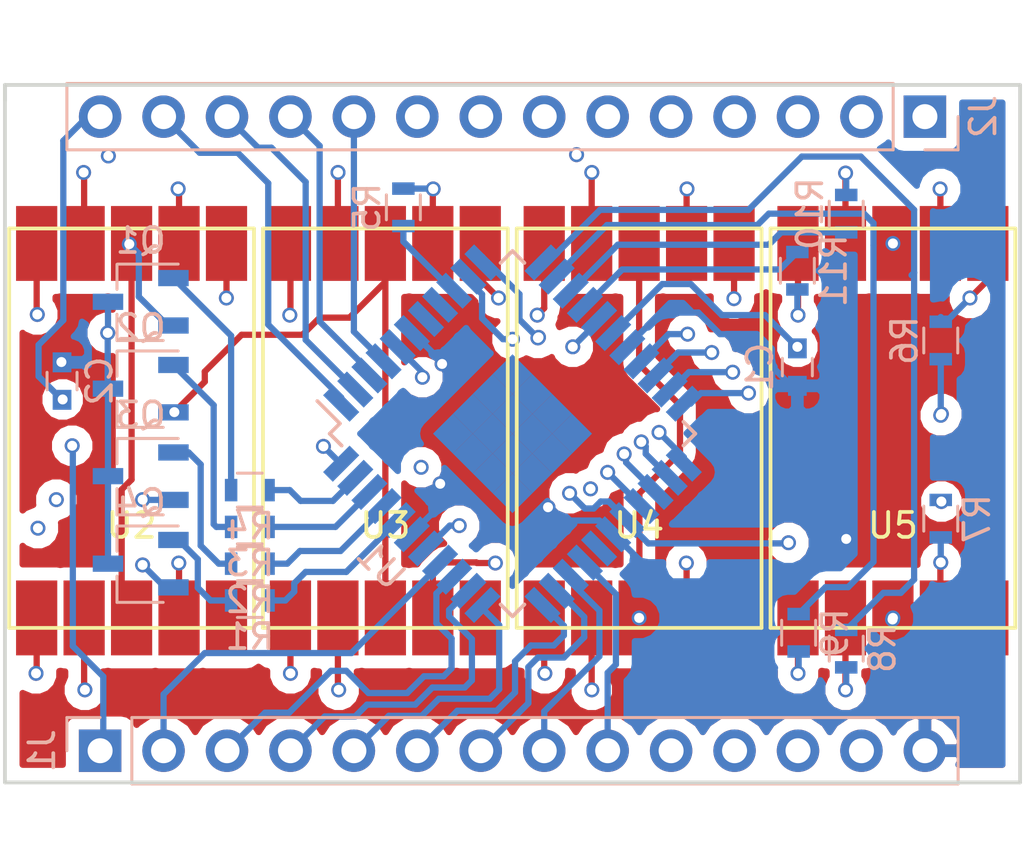
<source format=kicad_pcb>
(kicad_pcb (version 4) (host pcbnew 4.0.7)
  (layers (0 F.Cu signal) (1 In1.Cu signal) (2 In2.Cu signal) (31 B.Cu signal) (34 B.Paste user) (35 F.Paste user) (36 B.SilkS user) (37 F.SilkS user) (38 B.Mask user) (39 F.Mask user) (44 Edge.Cuts user))
  (net 0 "")
  (net 1 "Net-(U2-Pad5)")
  (net 2 "Net-(U3-Pad5)")
  (net 3 "Net-(U4-Pad5)")
  (net 4 "Net-(U5-Pad5)")
  (net 5 "Net-(U1-Pad7)")
  (net 6 "Net-(U1-Pad8)")
  (net 7 "Net-(U1-Pad29)")
  (net 8 /OE)
  (net 9 /A0)
  (net 10 /A1)
  (net 11 /A2)
  (net 12 /A3)
  (net 13 /A4)
  (net 14 /A5)
  (net 15 /A6)
  (net 16 /A7)
  (net 17 /A8)
  (net 18 /A9)
  (net 19 /A10)
  (net 20 /A11)
  (net 21 /GND)
  (net 22 /LE)
  (net 23 /A12)
  (net 24 /A13)
  (net 25 /A14)
  (net 26 /A15)
  (net 27 /MOSI)
  (net 28 /MISO)
  (net 29 /SCK)
  (net 30 /RESET)
  (net 31 /VCC)
  (net 32 "Net-(J2-Pad6)")
  (net 33 "Net-(J2-Pad7)")
  (net 34 "Net-(J2-Pad8)")
  (net 35 /An0)
  (net 36 "Net-(Q1-Pad2)")
  (net 37 /An1)
  (net 38 "Net-(Q2-Pad2)")
  (net 39 /An2)
  (net 40 "Net-(Q3-Pad2)")
  (net 41 /An3)
  (net 42 "Net-(Q4-Pad2)")
  (net 43 "Net-(R1-Pad2)")
  (net 44 "Net-(R2-Pad2)")
  (net 45 "Net-(R3-Pad2)")
  (net 46 "Net-(R4-Pad2)")
  (net 47 /Ca)
  (net 48 "Net-(R5-Pad2)")
  (net 49 /Cb)
  (net 50 "Net-(R6-Pad2)")
  (net 51 /Cc)
  (net 52 "Net-(R7-Pad2)")
  (net 53 /Cd)
  (net 54 "Net-(R8-Pad2)")
  (net 55 /Ce)
  (net 56 "Net-(R9-Pad2)")
  (net 57 /Cf)
  (net 58 "Net-(R10-Pad2)")
  (net 59 /Cg)
  (net 60 "Net-(R11-Pad2)")
  (net 61 /DVCC)
  (module Local:VDMR10A1 (layer F.Cu) (at 167.64 109.22)
    (fp_text reference U2 (at 3.8 11.3) (layer F.SilkS))
    (fp_text value 7SEGMENT_CA)
    (pad 7 smd rect (at 5.7 0) (size 1.65 3) (layers F.Cu F.Paste F.Mask) (net 47 /Ca))
    (pad 6 smd rect (at 7.6 0) (size 1.65 3) (layers F.Cu F.Paste F.Mask) (net 49 /Cb))
    (pad 1 smd rect (at 0 15) (size 1.65 3) (layers F.Cu F.Paste F.Mask) (net 55 /Ce))
    (pad 2 smd rect (at 1.9 15) (size 1.65 3) (layers F.Cu F.Paste F.Mask) (net 53 /Cd))
    (pad 3 smd rect (at 3.8 15) (size 1.65 3) (layers F.Cu F.Paste F.Mask) (net 36 "Net-(Q1-Pad2)"))
    (pad 4 smd rect (at 5.7 15) (size 1.65 3) (layers F.Cu F.Paste F.Mask) (net 51 /Cc))
    (pad 5 smd rect (at 7.6 15) (size 1.65 3) (layers F.Cu F.Paste F.Mask) (net 1 "Net-(U2-Pad5)"))
    (pad 8 smd rect (at 3.8 0) (size 1.65 3) (layers F.Cu F.Paste F.Mask) (net 36 "Net-(Q1-Pad2)"))
    (pad 9 smd rect (at 1.9 0) (size 1.65 3) (layers F.Cu F.Paste F.Mask) (net 57 /Cf))
    (pad 10 smd rect (at 0 0) (size 1.65 3) (layers F.Cu F.Paste F.Mask) (net 59 /Cg))
  )
  (module Housings_QFP:TQFP-44-1EP_10x10mm_Pitch0.8mm (layer B.Cu) (at 186.69 116.84 315)
    (fp_text reference U1 (at 0 7.45 315) (layer B.SilkS) (effects (justify mirror)))
    (fp_text value ATMEGA164A-AU)
    (pad 1 smd rect (at -5.7 4 315) (size 1.5 0.55) (layers B.Cu B.Paste B.Mask) (net 27 /MOSI))
    (pad 2 smd rect (at -5.7 3.2 315) (size 1.5 0.55) (layers B.Cu B.Paste B.Mask) (net 28 /MISO))
    (pad 3 smd rect (at -5.7 2.4 315) (size 1.5 0.55) (layers B.Cu B.Paste B.Mask) (net 29 /SCK))
    (pad 4 smd rect (at -5.7 1.6 315) (size 1.5 0.55) (layers B.Cu B.Paste B.Mask) (net 30 /RESET))
    (pad 5 smd rect (at -5.7 0.8 315) (size 1.5 0.55) (layers B.Cu B.Paste B.Mask) (net 31 /VCC))
    (pad 6 smd rect (at -5.7 0 315) (size 1.5 0.55) (layers B.Cu B.Paste B.Mask) (net 21 /GND))
    (pad 7 smd rect (at -5.7 -0.8 315) (size 1.5 0.55) (layers B.Cu B.Paste B.Mask) (net 5 "Net-(U1-Pad7)"))
    (pad 8 smd rect (at -5.7 -1.6 315) (size 1.5 0.55) (layers B.Cu B.Paste B.Mask) (net 6 "Net-(U1-Pad8)"))
    (pad 9 smd rect (at -5.7 -2.4 315) (size 1.5 0.55) (layers B.Cu B.Paste B.Mask) (net 48 "Net-(R5-Pad2)"))
    (pad 10 smd rect (at -5.7 -3.2 315) (size 1.5 0.55) (layers B.Cu B.Paste B.Mask) (net 50 "Net-(R6-Pad2)"))
    (pad 11 smd rect (at -5.7 -4 315) (size 1.5 0.55) (layers B.Cu B.Paste B.Mask) (net 52 "Net-(R7-Pad2)"))
    (pad 12 smd rect (at -4 -5.7 225) (size 1.5 0.55) (layers B.Cu B.Paste B.Mask) (net 54 "Net-(R8-Pad2)"))
    (pad 13 smd rect (at -3.2 -5.7 225) (size 1.5 0.55) (layers B.Cu B.Paste B.Mask) (net 56 "Net-(R9-Pad2)"))
    (pad 14 smd rect (at -2.4 -5.7 225) (size 1.5 0.55) (layers B.Cu B.Paste B.Mask) (net 58 "Net-(R10-Pad2)"))
    (pad 15 smd rect (at -1.6 -5.7 225) (size 1.5 0.55) (layers B.Cu B.Paste B.Mask) (net 60 "Net-(R11-Pad2)"))
    (pad 16 smd rect (at -0.8 -5.7 225) (size 1.5 0.55) (layers B.Cu B.Paste B.Mask) (net 22 /LE))
    (pad 17 smd rect (at 0 -5.7 225) (size 1.5 0.55) (layers B.Cu B.Paste B.Mask) (net 31 /VCC))
    (pad 18 smd rect (at 0.8 -5.7 225) (size 1.5 0.55) (layers B.Cu B.Paste B.Mask) (net 21 /GND))
    (pad 19 smd rect (at 1.6 -5.7 225) (size 1.5 0.55) (layers B.Cu B.Paste B.Mask) (net 17 /A8))
    (pad 20 smd rect (at 2.4 -5.7 225) (size 1.5 0.55) (layers B.Cu B.Paste B.Mask) (net 18 /A9))
    (pad 21 smd rect (at 3.2 -5.7 225) (size 1.5 0.55) (layers B.Cu B.Paste B.Mask) (net 19 /A10))
    (pad 22 smd rect (at 4 -5.7 225) (size 1.5 0.55) (layers B.Cu B.Paste B.Mask) (net 20 /A11))
    (pad 23 smd rect (at 5.7 -4 315) (size 1.5 0.55) (layers B.Cu B.Paste B.Mask) (net 23 /A12))
    (pad 24 smd rect (at 5.7 -3.2 315) (size 1.5 0.55) (layers B.Cu B.Paste B.Mask) (net 24 /A13))
    (pad 25 smd rect (at 5.7 -2.4 315) (size 1.5 0.55) (layers B.Cu B.Paste B.Mask) (net 25 /A14))
    (pad 26 smd rect (at 5.7 -1.6 315) (size 1.5 0.55) (layers B.Cu B.Paste B.Mask) (net 26 /A15))
    (pad 27 smd rect (at 5.7 -0.8 315) (size 1.5 0.55) (layers B.Cu B.Paste B.Mask) (net 31 /VCC))
    (pad 28 smd rect (at 5.7 0 315) (size 1.5 0.55) (layers B.Cu B.Paste B.Mask) (net 21 /GND))
    (pad 29 smd rect (at 5.7 0.8 315) (size 1.5 0.55) (layers B.Cu B.Paste B.Mask) (net 7 "Net-(U1-Pad29)"))
    (pad 30 smd rect (at 5.7 1.6 315) (size 1.5 0.55) (layers B.Cu B.Paste B.Mask) (net 16 /A7))
    (pad 31 smd rect (at 5.7 2.4 315) (size 1.5 0.55) (layers B.Cu B.Paste B.Mask) (net 15 /A6))
    (pad 32 smd rect (at 5.7 3.2 315) (size 1.5 0.55) (layers B.Cu B.Paste B.Mask) (net 14 /A5))
    (pad 33 smd rect (at 5.7 4 315) (size 1.5 0.55) (layers B.Cu B.Paste B.Mask) (net 13 /A4))
    (pad 34 smd rect (at 4 5.7 225) (size 1.5 0.55) (layers B.Cu B.Paste B.Mask) (net 12 /A3))
    (pad 35 smd rect (at 3.2 5.7 225) (size 1.5 0.55) (layers B.Cu B.Paste B.Mask) (net 11 /A2))
    (pad 36 smd rect (at 2.4 5.7 225) (size 1.5 0.55) (layers B.Cu B.Paste B.Mask) (net 10 /A1))
    (pad 37 smd rect (at 1.6 5.7 225) (size 1.5 0.55) (layers B.Cu B.Paste B.Mask) (net 9 /A0))
    (pad 38 smd rect (at 0.8 5.7 225) (size 1.5 0.55) (layers B.Cu B.Paste B.Mask) (net 31 /VCC))
    (pad 39 smd rect (at 0 5.7 225) (size 1.5 0.55) (layers B.Cu B.Paste B.Mask) (net 21 /GND))
    (pad 40 smd rect (at -0.8 5.7 225) (size 1.5 0.55) (layers B.Cu B.Paste B.Mask) (net 43 "Net-(R1-Pad2)"))
    (pad 41 smd rect (at -1.6 5.7 225) (size 1.5 0.55) (layers B.Cu B.Paste B.Mask) (net 44 "Net-(R2-Pad2)"))
    (pad 42 smd rect (at -2.4 5.7 225) (size 1.5 0.55) (layers B.Cu B.Paste B.Mask) (net 45 "Net-(R3-Pad2)"))
    (pad 43 smd rect (at -3.2 5.7 225) (size 1.5 0.55) (layers B.Cu B.Paste B.Mask) (net 46 "Net-(R4-Pad2)"))
    (pad 44 smd rect (at -4 5.7 225) (size 1.5 0.55) (layers B.Cu B.Paste B.Mask) (net 8 /OE))
    (pad 45 smd rect (at 1.6875 -1.6875 315) (size 1.125 1.125) (layers B.Cu B.Paste B.Mask))
    (pad 45 smd rect (at 1.6875 -0.5625 315) (size 1.125 1.125) (layers B.Cu B.Paste B.Mask))
    (pad 45 smd rect (at 1.6875 0.5625 315) (size 1.125 1.125) (layers B.Cu B.Paste B.Mask))
    (pad 45 smd rect (at 1.6875 1.6875 315) (size 1.125 1.125) (layers B.Cu B.Paste B.Mask))
    (pad 45 smd rect (at 0.5625 -1.6875 315) (size 1.125 1.125) (layers B.Cu B.Paste B.Mask))
    (pad 45 smd rect (at 0.5625 -0.5625 315) (size 1.125 1.125) (layers B.Cu B.Paste B.Mask))
    (pad 45 smd rect (at 0.5625 0.5625 315) (size 1.125 1.125) (layers B.Cu B.Paste B.Mask))
    (pad 45 smd rect (at 0.5625 1.6875 315) (size 1.125 1.125) (layers B.Cu B.Paste B.Mask))
    (pad 45 smd rect (at -0.5625 -1.6875 315) (size 1.125 1.125) (layers B.Cu B.Paste B.Mask))
    (pad 45 smd rect (at -0.5625 -0.5625 315) (size 1.125 1.125) (layers B.Cu B.Paste B.Mask))
    (pad 45 smd rect (at -0.5625 0.5625 315) (size 1.125 1.125) (layers B.Cu B.Paste B.Mask))
    (pad 45 smd rect (at -0.5625 1.6875 315) (size 1.125 1.125) (layers B.Cu B.Paste B.Mask))
    (pad 45 smd rect (at -1.6875 -1.6875 315) (size 1.125 1.125) (layers B.Cu B.Paste B.Mask))
    (pad 45 smd rect (at -1.6875 -0.5625 315) (size 1.125 1.125) (layers B.Cu B.Paste B.Mask))
    (pad 45 smd rect (at -1.6875 0.5625 315) (size 1.125 1.125) (layers B.Cu B.Paste B.Mask))
    (pad 45 smd rect (at -1.6875 1.6875 315) (size 1.125 1.125) (layers B.Cu B.Paste B.Mask))
  )
  (module Local:VDMR10A1 (layer F.Cu) (at 198.12 109.22)
    (fp_text reference U5 (at 3.8 11.3) (layer F.SilkS))
    (fp_text value 7SEGMENT_CA)
    (pad 7 smd rect (at 5.7 0) (size 1.65 3) (layers F.Cu F.Paste F.Mask) (net 47 /Ca))
    (pad 6 smd rect (at 7.6 0) (size 1.65 3) (layers F.Cu F.Paste F.Mask) (net 49 /Cb))
    (pad 1 smd rect (at 0 15) (size 1.65 3) (layers F.Cu F.Paste F.Mask) (net 55 /Ce))
    (pad 2 smd rect (at 1.9 15) (size 1.65 3) (layers F.Cu F.Paste F.Mask) (net 53 /Cd))
    (pad 3 smd rect (at 3.8 15) (size 1.65 3) (layers F.Cu F.Paste F.Mask) (net 42 "Net-(Q4-Pad2)"))
    (pad 4 smd rect (at 5.7 15) (size 1.65 3) (layers F.Cu F.Paste F.Mask) (net 51 /Cc))
    (pad 5 smd rect (at 7.6 15) (size 1.65 3) (layers F.Cu F.Paste F.Mask) (net 4 "Net-(U5-Pad5)"))
    (pad 8 smd rect (at 3.8 0) (size 1.65 3) (layers F.Cu F.Paste F.Mask) (net 42 "Net-(Q4-Pad2)"))
    (pad 9 smd rect (at 1.9 0) (size 1.65 3) (layers F.Cu F.Paste F.Mask) (net 57 /Cf))
    (pad 10 smd rect (at 0 0) (size 1.65 3) (layers F.Cu F.Paste F.Mask) (net 59 /Cg))
  )
  (module Local:VDMR10A1 (layer F.Cu) (at 187.96 109.22)
    (fp_text reference U4 (at 3.8 11.3) (layer F.SilkS))
    (fp_text value 7SEGMENT_CA)
    (pad 7 smd rect (at 5.7 0) (size 1.65 3) (layers F.Cu F.Paste F.Mask) (net 47 /Ca))
    (pad 6 smd rect (at 7.6 0) (size 1.65 3) (layers F.Cu F.Paste F.Mask) (net 49 /Cb))
    (pad 1 smd rect (at 0 15) (size 1.65 3) (layers F.Cu F.Paste F.Mask) (net 55 /Ce))
    (pad 2 smd rect (at 1.9 15) (size 1.65 3) (layers F.Cu F.Paste F.Mask) (net 53 /Cd))
    (pad 3 smd rect (at 3.8 15) (size 1.65 3) (layers F.Cu F.Paste F.Mask) (net 40 "Net-(Q3-Pad2)"))
    (pad 4 smd rect (at 5.7 15) (size 1.65 3) (layers F.Cu F.Paste F.Mask) (net 51 /Cc))
    (pad 5 smd rect (at 7.6 15) (size 1.65 3) (layers F.Cu F.Paste F.Mask) (net 3 "Net-(U4-Pad5)"))
    (pad 8 smd rect (at 3.8 0) (size 1.65 3) (layers F.Cu F.Paste F.Mask) (net 40 "Net-(Q3-Pad2)"))
    (pad 9 smd rect (at 1.9 0) (size 1.65 3) (layers F.Cu F.Paste F.Mask) (net 57 /Cf))
    (pad 10 smd rect (at 0 0) (size 1.65 3) (layers F.Cu F.Paste F.Mask) (net 59 /Cg))
  )
  (module Local:VDMR10A1 (layer F.Cu) (at 177.8 109.22)
    (fp_text reference U3 (at 3.8 11.3) (layer F.SilkS))
    (fp_text value 7SEGMENT_CA)
    (pad 7 smd rect (at 5.7 0) (size 1.65 3) (layers F.Cu F.Paste F.Mask) (net 47 /Ca))
    (pad 6 smd rect (at 7.6 0) (size 1.65 3) (layers F.Cu F.Paste F.Mask) (net 49 /Cb))
    (pad 1 smd rect (at 0 15) (size 1.65 3) (layers F.Cu F.Paste F.Mask) (net 55 /Ce))
    (pad 2 smd rect (at 1.9 15) (size 1.65 3) (layers F.Cu F.Paste F.Mask) (net 53 /Cd))
    (pad 3 smd rect (at 3.8 15) (size 1.65 3) (layers F.Cu F.Paste F.Mask) (net 38 "Net-(Q2-Pad2)"))
    (pad 4 smd rect (at 5.7 15) (size 1.65 3) (layers F.Cu F.Paste F.Mask) (net 51 /Cc))
    (pad 5 smd rect (at 7.6 15) (size 1.65 3) (layers F.Cu F.Paste F.Mask) (net 2 "Net-(U3-Pad5)"))
    (pad 8 smd rect (at 3.8 0) (size 1.65 3) (layers F.Cu F.Paste F.Mask) (net 38 "Net-(Q2-Pad2)"))
    (pad 9 smd rect (at 1.9 0) (size 1.65 3) (layers F.Cu F.Paste F.Mask) (net 57 /Cf))
    (pad 10 smd rect (at 0 0) (size 1.65 3) (layers F.Cu F.Paste F.Mask) (net 59 /Cg))
  )
  (module Pin_Headers:Pin_Header_Straight_1x14_Pitch2.54mm (layer B.Cu) (at 170.18 129.54 270)
    (fp_text reference J1 (at 0 2.33 270) (layer B.SilkS) (effects (justify mirror)))
    (fp_text value Conn_01x14)
    (pad 1 thru_hole rect (at 0 0 270) (size 1.7 1.7) (drill 1) (layers *.Cu *.Mask) (net 8 /OE))
    (pad 2 thru_hole oval (at 0 -2.54 270) (size 1.7 1.7) (drill 1) (layers *.Cu *.Mask) (net 9 /A0))
    (pad 3 thru_hole oval (at 0 -5.08 270) (size 1.7 1.7) (drill 1) (layers *.Cu *.Mask) (net 10 /A1))
    (pad 4 thru_hole oval (at 0 -7.62 270) (size 1.7 1.7) (drill 1) (layers *.Cu *.Mask) (net 11 /A2))
    (pad 5 thru_hole oval (at 0 -10.16 270) (size 1.7 1.7) (drill 1) (layers *.Cu *.Mask) (net 12 /A3))
    (pad 6 thru_hole oval (at 0 -12.7 270) (size 1.7 1.7) (drill 1) (layers *.Cu *.Mask) (net 13 /A4))
    (pad 7 thru_hole oval (at 0 -15.24 270) (size 1.7 1.7) (drill 1) (layers *.Cu *.Mask) (net 14 /A5))
    (pad 8 thru_hole oval (at 0 -17.78 270) (size 1.7 1.7) (drill 1) (layers *.Cu *.Mask) (net 15 /A6))
    (pad 9 thru_hole oval (at 0 -20.32 270) (size 1.7 1.7) (drill 1) (layers *.Cu *.Mask) (net 16 /A7))
    (pad 10 thru_hole oval (at 0 -22.86 270) (size 1.7 1.7) (drill 1) (layers *.Cu *.Mask) (net 17 /A8))
    (pad 11 thru_hole oval (at 0 -25.4 270) (size 1.7 1.7) (drill 1) (layers *.Cu *.Mask) (net 18 /A9))
    (pad 12 thru_hole oval (at 0 -27.94 270) (size 1.7 1.7) (drill 1) (layers *.Cu *.Mask) (net 19 /A10))
    (pad 13 thru_hole oval (at 0 -30.48 270) (size 1.7 1.7) (drill 1) (layers *.Cu *.Mask) (net 20 /A11))
    (pad 14 thru_hole oval (at 0 -33.02 270) (size 1.7 1.7) (drill 1) (layers *.Cu *.Mask) (net 21 /GND))
  )
  (module Pin_Headers:Pin_Header_Straight_1x14_Pitch2.54mm (layer B.Cu) (at 203.2 104.14 90)
    (fp_text reference J2 (at 0 2.33 90) (layer B.SilkS) (effects (justify mirror)))
    (fp_text value Conn_01x14)
    (pad 1 thru_hole rect (at 0 0 90) (size 1.7 1.7) (drill 1) (layers *.Cu *.Mask) (net 22 /LE))
    (pad 2 thru_hole oval (at 0 -2.54 90) (size 1.7 1.7) (drill 1) (layers *.Cu *.Mask) (net 23 /A12))
    (pad 3 thru_hole oval (at 0 -5.08 90) (size 1.7 1.7) (drill 1) (layers *.Cu *.Mask) (net 24 /A13))
    (pad 4 thru_hole oval (at 0 -7.62 90) (size 1.7 1.7) (drill 1) (layers *.Cu *.Mask) (net 25 /A14))
    (pad 5 thru_hole oval (at 0 -10.16 90) (size 1.7 1.7) (drill 1) (layers *.Cu *.Mask) (net 26 /A15))
    (pad 6 thru_hole oval (at 0 -12.7 90) (size 1.7 1.7) (drill 1) (layers *.Cu *.Mask) (net 32 "Net-(J2-Pad6)"))
    (pad 7 thru_hole oval (at 0 -15.24 90) (size 1.7 1.7) (drill 1) (layers *.Cu *.Mask) (net 33 "Net-(J2-Pad7)"))
    (pad 8 thru_hole oval (at 0 -17.78 90) (size 1.7 1.7) (drill 1) (layers *.Cu *.Mask) (net 34 "Net-(J2-Pad8)"))
    (pad 9 thru_hole oval (at 0 -20.32 90) (size 1.7 1.7) (drill 1) (layers *.Cu *.Mask) (net 61 /DVCC))
    (pad 10 thru_hole oval (at 0 -22.86 90) (size 1.7 1.7) (drill 1) (layers *.Cu *.Mask) (net 30 /RESET))
    (pad 11 thru_hole oval (at 0 -25.4 90) (size 1.7 1.7) (drill 1) (layers *.Cu *.Mask) (net 29 /SCK))
    (pad 12 thru_hole oval (at 0 -27.94 90) (size 1.7 1.7) (drill 1) (layers *.Cu *.Mask) (net 28 /MISO))
    (pad 13 thru_hole oval (at 0 -30.48 90) (size 1.7 1.7) (drill 1) (layers *.Cu *.Mask) (net 27 /MOSI))
    (pad 14 thru_hole oval (at 0 -33.02 90) (size 1.7 1.7) (drill 1) (layers *.Cu *.Mask) (net 31 /VCC))
  )
  (module TO_SOT_Packages_SMD:TSOT-23 (layer B.Cu) (at 171.8056 111.5568 180)
    (fp_text reference Q1 (at 0 2.45 180) (layer B.SilkS) (effects (justify mirror)))
    (fp_text value MMBT3906)
    (pad 1 smd rect (at -1.31 0.95 180) (size 1.22 0.65) (layers B.Cu B.Paste B.Mask) (net 35 /An0))
    (pad 2 smd rect (at -1.31 -0.95 180) (size 1.22 0.65) (layers B.Cu B.Paste B.Mask) (net 36 "Net-(Q1-Pad2)"))
    (pad 3 smd rect (at 1.31 0 180) (size 1.22 0.65) (layers B.Cu B.Paste B.Mask) (net 61 /DVCC))
  )
  (module TO_SOT_Packages_SMD:TSOT-23 (layer B.Cu) (at 171.8056 115.0366 180)
    (fp_text reference Q2 (at 0 2.45 180) (layer B.SilkS) (effects (justify mirror)))
    (fp_text value MMBT3906)
    (pad 1 smd rect (at -1.31 0.95 180) (size 1.22 0.65) (layers B.Cu B.Paste B.Mask) (net 37 /An1))
    (pad 2 smd rect (at -1.31 -0.95 180) (size 1.22 0.65) (layers B.Cu B.Paste B.Mask) (net 38 "Net-(Q2-Pad2)"))
    (pad 3 smd rect (at 1.31 0 180) (size 1.22 0.65) (layers B.Cu B.Paste B.Mask) (net 61 /DVCC))
  )
  (module TO_SOT_Packages_SMD:TSOT-23 (layer B.Cu) (at 171.8056 118.5418 180)
    (fp_text reference Q3 (at 0 2.45 180) (layer B.SilkS) (effects (justify mirror)))
    (fp_text value MMBT3906)
    (pad 1 smd rect (at -1.31 0.95 180) (size 1.22 0.65) (layers B.Cu B.Paste B.Mask) (net 39 /An2))
    (pad 2 smd rect (at -1.31 -0.95 180) (size 1.22 0.65) (layers B.Cu B.Paste B.Mask) (net 40 "Net-(Q3-Pad2)"))
    (pad 3 smd rect (at 1.31 0 180) (size 1.22 0.65) (layers B.Cu B.Paste B.Mask) (net 61 /DVCC))
  )
  (module TO_SOT_Packages_SMD:TSOT-23 (layer B.Cu) (at 171.8056 122.047 180)
    (fp_text reference Q4 (at 0 2.45 180) (layer B.SilkS) (effects (justify mirror)))
    (fp_text value MMBT3906)
    (pad 1 smd rect (at -1.31 0.95 180) (size 1.22 0.65) (layers B.Cu B.Paste B.Mask) (net 41 /An3))
    (pad 2 smd rect (at -1.31 -0.95 180) (size 1.22 0.65) (layers B.Cu B.Paste B.Mask) (net 42 "Net-(Q4-Pad2)"))
    (pad 3 smd rect (at 1.31 0 180) (size 1.22 0.65) (layers B.Cu B.Paste B.Mask) (net 61 /DVCC))
  )
  (module Resistors_SMD:R_0603 (layer B.Cu) (at 176.1744 123.5202)
    (fp_text reference R1 (at 0 1.45) (layer B.SilkS) (effects (justify mirror)))
    (fp_text value 300)
    (pad 1 smd rect (at -0.75 0) (size 0.5 0.9) (layers B.Cu B.Paste B.Mask) (net 41 /An3))
    (pad 2 smd rect (at 0.75 0) (size 0.5 0.9) (layers B.Cu B.Paste B.Mask) (net 43 "Net-(R1-Pad2)"))
  )
  (module Resistors_SMD:R_0603 (layer B.Cu) (at 176.1744 122.047)
    (fp_text reference R2 (at 0 1.45) (layer B.SilkS) (effects (justify mirror)))
    (fp_text value 300)
    (pad 1 smd rect (at -0.75 0) (size 0.5 0.9) (layers B.Cu B.Paste B.Mask) (net 39 /An2))
    (pad 2 smd rect (at 0.75 0) (size 0.5 0.9) (layers B.Cu B.Paste B.Mask) (net 44 "Net-(R2-Pad2)"))
  )
  (module Resistors_SMD:R_0603 (layer B.Cu) (at 176.1744 120.5738)
    (fp_text reference R3 (at 0 1.45) (layer B.SilkS) (effects (justify mirror)))
    (fp_text value 300)
    (pad 1 smd rect (at -0.75 0) (size 0.5 0.9) (layers B.Cu B.Paste B.Mask) (net 37 /An1))
    (pad 2 smd rect (at 0.75 0) (size 0.5 0.9) (layers B.Cu B.Paste B.Mask) (net 45 "Net-(R3-Pad2)"))
  )
  (module Resistors_SMD:R_0603 (layer B.Cu) (at 176.1744 119.1006)
    (fp_text reference R4 (at 0 1.45) (layer B.SilkS) (effects (justify mirror)))
    (fp_text value 300)
    (pad 1 smd rect (at -0.75 0) (size 0.5 0.9) (layers B.Cu B.Paste B.Mask) (net 35 /An0))
    (pad 2 smd rect (at 0.75 0) (size 0.5 0.9) (layers B.Cu B.Paste B.Mask) (net 46 "Net-(R4-Pad2)"))
  )
  (module Resistors_SMD:R_0603 (layer B.Cu) (at 182.3212 107.7722 270)
    (fp_text reference R5 (at 0 1.45 270) (layer B.SilkS) (effects (justify mirror)))
    (fp_text value 115)
    (pad 1 smd rect (at -0.75 0 270) (size 0.5 0.9) (layers B.Cu B.Paste B.Mask) (net 47 /Ca))
    (pad 2 smd rect (at 0.75 0 270) (size 0.5 0.9) (layers B.Cu B.Paste B.Mask) (net 48 "Net-(R5-Pad2)"))
  )
  (module Resistors_SMD:R_0603 (layer B.Cu) (at 203.835 113.1062 270)
    (fp_text reference R6 (at 0 1.45 270) (layer B.SilkS) (effects (justify mirror)))
    (fp_text value 115)
    (pad 1 smd rect (at -0.75 0 270) (size 0.5 0.9) (layers B.Cu B.Paste B.Mask) (net 49 /Cb))
    (pad 2 smd rect (at 0.75 0 270) (size 0.5 0.9) (layers B.Cu B.Paste B.Mask) (net 50 "Net-(R6-Pad2)"))
  )
  (module Resistors_SMD:R_0603 (layer B.Cu) (at 203.835 120.2436 90)
    (fp_text reference R7 (at 0 1.45 90) (layer B.SilkS) (effects (justify mirror)))
    (fp_text value 115)
    (pad 1 smd rect (at -0.75 0 90) (size 0.5 0.9) (layers B.Cu B.Paste B.Mask) (net 51 /Cc))
    (pad 2 smd rect (at 0.75 0 90) (size 0.5 0.9) (layers B.Cu B.Paste B.Mask) (net 52 "Net-(R7-Pad2)"))
  )
  (module Resistors_SMD:R_0603 (layer B.Cu) (at 200.0504 125.4506 90)
    (fp_text reference R8 (at 0 1.45 90) (layer B.SilkS) (effects (justify mirror)))
    (fp_text value 115)
    (pad 1 smd rect (at -0.75 0 90) (size 0.5 0.9) (layers B.Cu B.Paste B.Mask) (net 53 /Cd))
    (pad 2 smd rect (at 0.75 0 90) (size 0.5 0.9) (layers B.Cu B.Paste B.Mask) (net 54 "Net-(R8-Pad2)"))
  )
  (module Resistors_SMD:R_0603 (layer B.Cu) (at 198.1454 124.8156 90)
    (fp_text reference R9 (at 0 1.45 90) (layer B.SilkS) (effects (justify mirror)))
    (fp_text value 115)
    (pad 1 smd rect (at -0.75 0 90) (size 0.5 0.9) (layers B.Cu B.Paste B.Mask) (net 55 /Ce))
    (pad 2 smd rect (at 0.75 0 90) (size 0.5 0.9) (layers B.Cu B.Paste B.Mask) (net 56 "Net-(R9-Pad2)"))
  )
  (module Resistors_SMD:R_0603 (layer B.Cu) (at 200.0504 108.0262 270)
    (fp_text reference R10 (at 0 1.45 270) (layer B.SilkS) (effects (justify mirror)))
    (fp_text value 115)
    (pad 1 smd rect (at -0.75 0 270) (size 0.5 0.9) (layers B.Cu B.Paste B.Mask) (net 57 /Cf))
    (pad 2 smd rect (at 0.75 0 270) (size 0.5 0.9) (layers B.Cu B.Paste B.Mask) (net 58 "Net-(R10-Pad2)"))
  )
  (module Resistors_SMD:R_0603 (layer B.Cu) (at 198.0946 110.3122 90)
    (fp_text reference R11 (at 0 1.45 90) (layer B.SilkS) (effects (justify mirror)))
    (fp_text value 115)
    (pad 1 smd rect (at -0.75 0 90) (size 0.5 0.9) (layers B.Cu B.Paste B.Mask) (net 59 /Cg))
    (pad 2 smd rect (at 0.75 0 90) (size 0.5 0.9) (layers B.Cu B.Paste B.Mask) (net 60 "Net-(R11-Pad2)"))
  )
  (module Capacitors_SMD:C_0603 (layer B.Cu) (at 198.0946 114.173 270)
    (fp_text reference C1 (at 0 1.5 270) (layer B.SilkS) (effects (justify mirror)))
    (fp_text value 0.1uF)
    (pad 2 smd rect (at 0.75 0 270) (size 0.8 0.75) (layers B.Cu B.Paste B.Mask) (net 21 /GND))
    (pad 1 smd rect (at -0.75 0 270) (size 0.8 0.75) (layers B.Cu B.Paste B.Mask) (net 31 /VCC))
  )
  (module Capacitors_SMD:C_0603 (layer B.Cu) (at 168.656 114.7318 90)
    (fp_text reference C2 (at 0 1.5 90) (layer B.SilkS) (effects (justify mirror)))
    (fp_text value 0.1uF)
    (pad 2 smd rect (at 0.75 0 90) (size 0.8 0.75) (layers B.Cu B.Paste B.Mask) (net 21 /GND))
    (pad 1 smd rect (at -0.75 0 90) (size 0.8 0.75) (layers B.Cu B.Paste B.Mask) (net 31 /VCC))
  )
  (gr_line (start 166.37 102.87) (end 166.37 103.505) (angle 90) (layer Edge.Cuts) (width 0.15))
  (gr_line (start 166.37 130.81) (end 166.37 102.87) (angle 90) (layer Edge.Cuts) (width 0.15))
  (gr_line (start 207.01 130.81) (end 166.37 130.81) (angle 90) (layer Edge.Cuts) (width 0.15))
  (gr_line (start 207.01 102.87) (end 207.01 130.81) (angle 90) (layer Edge.Cuts) (width 0.15))
  (gr_line (start 166.37 102.87) (end 207.01 102.87) (angle 90) (layer Edge.Cuts) (width 0.15))
  (segment (start 179.831064 118.042082) (end 179.814882 118.042082) (width 0.25) (layer B.Cu) (net 8))
  (segment (start 179.814882 118.042082) (end 179.1208 117.348) (width 0.25) (layer B.Cu) (net 8))
  (via (at 179.1208 117.348) (size 0.6) (drill 0.4) (layers F.Cu B.Cu) (net 8))
  (via (at 169.0624 117.3226) (size 0.6) (drill 0.4) (layers F.Cu B.Cu) (net 8))
  (segment (start 169.0624 117.3226) (end 169.0878 117.348) (width 0.25) (layer B.Cu) (net 8))
  (segment (start 169.0878 117.348) (end 169.0878 125.349) (width 0.25) (layer B.Cu) (net 8))
  (segment (start 169.0878 125.349) (end 170.307 126.5682) (width 0.25) (layer B.Cu) (net 8))
  (segment (start 170.307 126.5682) (end 170.307 129.413) (width 0.25) (layer B.Cu) (net 8))
  (segment (start 170.307 129.413) (end 170.18 129.54) (width 0.25) (layer B.Cu) (net 8))
  (segment (start 183.790862 122.00188) (end 183.790862 122.075938) (width 0.25) (layer B.Cu) (net 9))
  (segment (start 183.790862 122.075938) (end 180.2384 125.6284) (width 0.25) (layer B.Cu) (net 9))
  (segment (start 180.2384 125.6284) (end 174.371 125.6284) (width 0.25) (layer B.Cu) (net 9))
  (segment (start 174.371 125.6284) (end 172.72 127.2794) (width 0.25) (layer B.Cu) (net 9))
  (segment (start 172.72 127.2794) (end 172.72 129.54) (width 0.25) (layer B.Cu) (net 9))
  (segment (start 184.356548 122.567565) (end 184.315235 122.567565) (width 0.25) (layer B.Cu) (net 10))
  (segment (start 184.315235 122.567565) (end 183.642 123.2408) (width 0.25) (layer B.Cu) (net 10))
  (segment (start 176.784 128.016) (end 175.26 129.54) (width 0.25) (layer B.Cu) (net 10))
  (segment (start 177.7492 128.016) (end 176.784 128.016) (width 0.25) (layer B.Cu) (net 10))
  (segment (start 179.4256 126.3396) (end 177.7492 128.016) (width 0.25) (layer B.Cu) (net 10))
  (segment (start 180.0352 126.3396) (end 179.4256 126.3396) (width 0.25) (layer B.Cu) (net 10))
  (segment (start 180.9242 127.2286) (end 180.0352 126.3396) (width 0.25) (layer B.Cu) (net 10))
  (segment (start 182.4736 127.2286) (end 180.9242 127.2286) (width 0.25) (layer B.Cu) (net 10))
  (segment (start 183.145004 126.557196) (end 182.4736 127.2286) (width 0.25) (layer B.Cu) (net 10))
  (segment (start 183.932404 126.557196) (end 183.145004 126.557196) (width 0.25) (layer B.Cu) (net 10))
  (segment (start 184.2516 126.238) (end 183.932404 126.557196) (width 0.25) (layer B.Cu) (net 10))
  (segment (start 184.2516 125.0442) (end 184.2516 126.238) (width 0.25) (layer B.Cu) (net 10))
  (segment (start 183.642 124.4346) (end 184.2516 125.0442) (width 0.25) (layer B.Cu) (net 10))
  (segment (start 183.642 123.2408) (end 183.642 124.4346) (width 0.25) (layer B.Cu) (net 10))
  (segment (start 184.356548 122.567565) (end 184.356548 122.602452) (width 0.25) (layer B.Cu) (net 10))
  (segment (start 184.922233 123.13325) (end 184.91795 123.13325) (width 0.25) (layer B.Cu) (net 11))
  (segment (start 184.91795 123.13325) (end 184.15 123.9012) (width 0.25) (layer B.Cu) (net 11))
  (segment (start 179.1716 128.1684) (end 177.8 129.54) (width 0.25) (layer B.Cu) (net 11))
  (segment (start 180.3908 128.1684) (end 179.1716 128.1684) (width 0.25) (layer B.Cu) (net 11))
  (segment (start 180.866202 127.692998) (end 180.3908 128.1684) (width 0.25) (layer B.Cu) (net 11))
  (segment (start 182.796602 127.692998) (end 180.866202 127.692998) (width 0.25) (layer B.Cu) (net 11))
  (segment (start 183.482402 127.007198) (end 182.796602 127.692998) (width 0.25) (layer B.Cu) (net 11))
  (segment (start 184.777802 127.007198) (end 183.482402 127.007198) (width 0.25) (layer B.Cu) (net 11))
  (segment (start 185.0644 126.7206) (end 184.777802 127.007198) (width 0.25) (layer B.Cu) (net 11))
  (segment (start 185.0644 125.0696) (end 185.0644 126.7206) (width 0.25) (layer B.Cu) (net 11))
  (segment (start 184.15 124.1552) (end 185.0644 125.0696) (width 0.25) (layer B.Cu) (net 11))
  (segment (start 184.15 123.9012) (end 184.15 124.1552) (width 0.25) (layer B.Cu) (net 11))
  (segment (start 184.922233 123.13325) (end 184.922233 123.230567) (width 0.25) (layer B.Cu) (net 11))
  (segment (start 185.487918 123.698936) (end 185.487918 123.842118) (width 0.25) (layer B.Cu) (net 12))
  (segment (start 185.487918 123.842118) (end 186.1566 124.5108) (width 0.25) (layer B.Cu) (net 12))
  (segment (start 181.737 128.143) (end 180.34 129.54) (width 0.25) (layer B.Cu) (net 12))
  (segment (start 183.0578 128.143) (end 181.737 128.143) (width 0.25) (layer B.Cu) (net 12))
  (segment (start 183.7436 127.4572) (end 183.0578 128.143) (width 0.25) (layer B.Cu) (net 12))
  (segment (start 185.7756 127.4572) (end 183.7436 127.4572) (width 0.25) (layer B.Cu) (net 12))
  (segment (start 186.1566 127.0762) (end 185.7756 127.4572) (width 0.25) (layer B.Cu) (net 12))
  (segment (start 186.1566 124.5108) (end 186.1566 127.0762) (width 0.25) (layer B.Cu) (net 12))
  (segment (start 185.487918 123.698936) (end 185.419064 123.698936) (width 0.25) (layer B.Cu) (net 12))
  (segment (start 187.892082 123.698936) (end 187.910136 123.698936) (width 0.25) (layer B.Cu) (net 13))
  (segment (start 187.910136 123.698936) (end 188.7474 124.5362) (width 0.25) (layer B.Cu) (net 13))
  (segment (start 184.4802 127.9398) (end 182.88 129.54) (width 0.25) (layer B.Cu) (net 13))
  (segment (start 186.055 127.9398) (end 184.4802 127.9398) (width 0.25) (layer B.Cu) (net 13))
  (segment (start 186.7916 127.2032) (end 186.055 127.9398) (width 0.25) (layer B.Cu) (net 13))
  (segment (start 186.7916 125.9586) (end 186.7916 127.2032) (width 0.25) (layer B.Cu) (net 13))
  (segment (start 187.4266 125.3236) (end 186.7916 125.9586) (width 0.25) (layer B.Cu) (net 13))
  (segment (start 188.341 125.3236) (end 187.4266 125.3236) (width 0.25) (layer B.Cu) (net 13))
  (segment (start 188.7474 124.9172) (end 188.341 125.3236) (width 0.25) (layer B.Cu) (net 13))
  (segment (start 188.7474 124.5362) (end 188.7474 124.9172) (width 0.25) (layer B.Cu) (net 13))
  (segment (start 187.892082 123.698936) (end 187.935536 123.698936) (width 0.25) (layer B.Cu) (net 13))
  (segment (start 188.457767 123.13325) (end 188.51285 123.13325) (width 0.25) (layer B.Cu) (net 14))
  (segment (start 188.51285 123.13325) (end 189.5602 124.1806) (width 0.25) (layer B.Cu) (net 14))
  (segment (start 187.325 127.635) (end 185.42 129.54) (width 0.25) (layer B.Cu) (net 14))
  (segment (start 187.325 126.1872) (end 187.325 127.635) (width 0.25) (layer B.Cu) (net 14))
  (segment (start 187.706 125.8062) (end 187.325 126.1872) (width 0.25) (layer B.Cu) (net 14))
  (segment (start 188.7474 125.8062) (end 187.706 125.8062) (width 0.25) (layer B.Cu) (net 14))
  (segment (start 189.5602 124.9934) (end 188.7474 125.8062) (width 0.25) (layer B.Cu) (net 14))
  (segment (start 189.5602 124.1806) (end 189.5602 124.9934) (width 0.25) (layer B.Cu) (net 14))
  (segment (start 188.457767 123.13325) (end 188.457767 123.154367) (width 0.25) (layer B.Cu) (net 14))
  (segment (start 189.023452 122.567565) (end 189.023452 122.780252) (width 0.25) (layer B.Cu) (net 15))
  (segment (start 189.023452 122.780252) (end 190.1698 123.9266) (width 0.25) (layer B.Cu) (net 15))
  (segment (start 190.1698 123.9266) (end 190.1698 125.7554) (width 0.25) (layer B.Cu) (net 15))
  (segment (start 190.1698 125.7554) (end 187.96 127.9652) (width 0.25) (layer B.Cu) (net 15))
  (segment (start 187.96 127.9652) (end 187.96 129.54) (width 0.25) (layer B.Cu) (net 15))
  (segment (start 189.589138 122.00188) (end 189.589138 122.025138) (width 0.25) (layer B.Cu) (net 16))
  (segment (start 189.589138 122.025138) (end 190.8302 123.2662) (width 0.25) (layer B.Cu) (net 16))
  (segment (start 190.8302 123.2662) (end 190.8302 126.0856) (width 0.25) (layer B.Cu) (net 16))
  (segment (start 190.8302 126.0856) (end 190.5 126.4158) (width 0.25) (layer B.Cu) (net 16))
  (segment (start 190.5 126.4158) (end 190.5 129.54) (width 0.25) (layer B.Cu) (net 16))
  (via (at 193.7004 112.8522) (size 0.6) (drill 0.4) (layers F.Cu B.Cu) (net 17))
  (segment (start 192.9384 112.8522) (end 193.7004 112.8522) (width 0.25) (layer B.Cu) (net 17))
  (segment (start 192.9384 112.8522) (end 191.85188 113.93872) (width 0.25) (layer B.Cu) (net 17))
  (segment (start 191.85188 113.940862) (end 191.85188 113.93872) (width 0.25) (layer B.Cu) (net 17))
  (segment (start 192.417565 114.506548) (end 192.417565 114.490635) (width 0.25) (layer B.Cu) (net 18))
  (segment (start 192.417565 114.490635) (end 193.3194 113.5888) (width 0.25) (layer B.Cu) (net 18))
  (segment (start 193.3194 113.5888) (end 194.6656 113.5888) (width 0.25) (layer B.Cu) (net 18))
  (via (at 194.6656 113.5888) (size 0.6) (drill 0.4) (layers F.Cu B.Cu) (net 18))
  (segment (start 192.98325 115.072233) (end 193.055167 115.072233) (width 0.25) (layer B.Cu) (net 19))
  (segment (start 193.055167 115.072233) (end 193.7512 114.3762) (width 0.25) (layer B.Cu) (net 19))
  (segment (start 193.7512 114.3762) (end 195.5038 114.3762) (width 0.25) (layer B.Cu) (net 19))
  (via (at 195.5038 114.3762) (size 0.6) (drill 0.4) (layers F.Cu B.Cu) (net 19))
  (segment (start 193.548936 115.637918) (end 193.810282 115.637918) (width 0.25) (layer B.Cu) (net 20))
  (segment (start 193.810282 115.637918) (end 194.2338 115.2144) (width 0.25) (layer B.Cu) (net 20))
  (segment (start 194.2338 115.2144) (end 196.1388 115.2144) (width 0.25) (layer B.Cu) (net 20))
  (via (at 196.1388 115.2144) (size 0.6) (drill 0.4) (layers F.Cu B.Cu) (net 20))
  (via (at 168.6306 113.9698) (size 0.6) (drill 0.4) (layers F.Cu B.Cu) (net 21))
  (segment (start 191.286194 113.375177) (end 191.286194 113.336006) (width 0.25) (layer B.Cu) (net 21))
  (segment (start 191.286194 113.336006) (end 192.6336 111.9886) (width 0.25) (layer B.Cu) (net 21))
  (segment (start 195.7832 112.8522) (end 197.854 114.923) (width 0.25) (layer B.Cu) (net 21))
  (segment (start 194.9958 112.8522) (end 195.7832 112.8522) (width 0.25) (layer B.Cu) (net 21))
  (segment (start 194.1322 111.9886) (end 194.9958 112.8522) (width 0.25) (layer B.Cu) (net 21))
  (segment (start 192.6336 111.9886) (end 194.1322 111.9886) (width 0.25) (layer B.Cu) (net 21))
  (segment (start 197.854 114.923) (end 198.0946 114.923) (width 0.25) (layer B.Cu) (net 21))
  (segment (start 198.0946 114.923) (end 198.0946 119.1006) (width 0.25) (layer B.Cu) (net 21))
  (segment (start 192.6336 122.7582) (end 197.6882 122.7582) (width 0.25) (layer B.Cu) (net 21))
  (segment (start 197.6882 122.7582) (end 199.39 121.0564) (width 0.25) (layer B.Cu) (net 21))
  (segment (start 199.39 121.0564) (end 200.0504 121.0564) (width 0.25) (layer B.Cu) (net 21))
  (via (at 200.0504 121.0564) (size 0.6) (drill 0.4) (layers F.Cu B.Cu) (net 21))
  (segment (start 192.6336 122.7582) (end 190.745909 120.870509) (width 0.25) (layer B.Cu) (net 21))
  (segment (start 198.0946 119.1006) (end 200.0504 121.0564) (width 0.25) (layer B.Cu) (net 21))
  (segment (start 190.720509 120.870509) (end 190.745909 120.870509) (width 0.25) (layer B.Cu) (net 21))
  (segment (start 182.659491 120.870509) (end 182.659491 120.845109) (width 0.25) (layer B.Cu) (net 21))
  (segment (start 182.659491 120.845109) (end 183.7944 119.7102) (width 0.25) (layer B.Cu) (net 21))
  (segment (start 183.7944 119.7102) (end 183.7944 118.8466) (width 0.25) (layer B.Cu) (net 21))
  (segment (start 182.659491 112.809491) (end 182.710291 112.809491) (width 0.25) (layer B.Cu) (net 21))
  (segment (start 182.710291 112.809491) (end 183.8706 113.9698) (width 0.25) (layer B.Cu) (net 21))
  (segment (start 183.8706 113.9698) (end 183.8706 114.046) (width 0.25) (layer B.Cu) (net 21))
  (via (at 183.8706 114.046) (size 0.6) (drill 0.4) (layers F.Cu B.Cu) (net 21))
  (via (at 183.7944 118.8466) (size 0.6) (drill 0.4) (layers F.Cu B.Cu) (net 21))
  (via (at 188.1124 119.7864) (size 0.6) (drill 0.4) (layers F.Cu B.Cu) (net 21))
  (segment (start 188.1124 119.7864) (end 188.6458 120.3198) (width 0.25) (layer B.Cu) (net 21))
  (segment (start 188.6458 120.3198) (end 190.1698 120.3198) (width 0.25) (layer B.Cu) (net 21))
  (segment (start 190.1698 120.3198) (end 190.720509 120.870509) (width 0.25) (layer B.Cu) (net 21))
  (segment (start 190.720509 120.870509) (end 190.771309 120.870509) (width 0.25) (layer B.Cu) (net 21))
  (segment (start 191.286194 113.375177) (end 191.374023 113.375177) (width 0.25) (layer B.Cu) (net 21))
  (segment (start 189.103 113.3602) (end 190.154823 112.308377) (width 0.25) (layer B.Cu) (net 22))
  (via (at 189.103 113.3602) (size 0.6) (drill 0.4) (layers F.Cu B.Cu) (net 22))
  (via (at 189.2554 105.664) (size 0.6) (drill 0.4) (layers F.Cu B.Cu) (net 22))
  (segment (start 190.154823 112.308377) (end 190.154823 112.243806) (width 0.25) (layer B.Cu) (net 22))
  (via (at 192.5574 116.7892) (size 0.6) (drill 0.4) (layers F.Cu B.Cu) (net 23))
  (segment (start 192.5574 116.7892) (end 193.548936 117.780736) (width 0.25) (layer B.Cu) (net 23))
  (segment (start 193.548936 117.780736) (end 193.548936 118.042082) (width 0.25) (layer B.Cu) (net 23))
  (via (at 191.8462 117.1702) (size 0.6) (drill 0.4) (layers F.Cu B.Cu) (net 24))
  (segment (start 191.8462 117.1702) (end 192.024 117.348) (width 0.25) (layer B.Cu) (net 24))
  (segment (start 192.024 117.348) (end 192.024 117.648517) (width 0.25) (layer B.Cu) (net 24))
  (segment (start 192.024 117.648517) (end 192.98325 118.607767) (width 0.25) (layer B.Cu) (net 24))
  (via (at 191.1604 117.6528) (size 0.6) (drill 0.4) (layers F.Cu B.Cu) (net 25))
  (segment (start 191.1604 117.6528) (end 191.2366 117.729) (width 0.25) (layer B.Cu) (net 25))
  (segment (start 191.2366 117.729) (end 191.2366 117.992487) (width 0.25) (layer B.Cu) (net 25))
  (segment (start 191.2366 117.992487) (end 192.417565 119.173452) (width 0.25) (layer B.Cu) (net 25))
  (via (at 190.5 118.3894) (size 0.6) (drill 0.4) (layers F.Cu B.Cu) (net 26))
  (segment (start 190.5 118.3894) (end 191.849738 119.739138) (width 0.25) (layer B.Cu) (net 26))
  (segment (start 191.849738 119.739138) (end 191.85188 119.739138) (width 0.25) (layer B.Cu) (net 26))
  (segment (start 179.831064 115.637918) (end 179.831064 115.391264) (width 0.25) (layer B.Cu) (net 27))
  (segment (start 179.831064 115.391264) (end 176.911 112.4712) (width 0.25) (layer B.Cu) (net 27))
  (segment (start 174.1678 105.5878) (end 172.72 104.14) (width 0.25) (layer B.Cu) (net 27))
  (segment (start 175.6918 105.5878) (end 174.1678 105.5878) (width 0.25) (layer B.Cu) (net 27))
  (segment (start 176.911 106.807) (end 175.6918 105.5878) (width 0.25) (layer B.Cu) (net 27))
  (segment (start 176.911 112.4712) (end 176.911 106.807) (width 0.25) (layer B.Cu) (net 27))
  (segment (start 179.831064 115.637918) (end 179.747518 115.637918) (width 0.25) (layer B.Cu) (net 27))
  (segment (start 180.39675 115.072233) (end 180.39675 115.06795) (width 0.25) (layer B.Cu) (net 28))
  (segment (start 180.39675 115.06795) (end 178.4096 113.0808) (width 0.25) (layer B.Cu) (net 28))
  (segment (start 178.4096 113.0808) (end 178.4096 106.7562) (width 0.25) (layer B.Cu) (net 28))
  (segment (start 178.4096 106.7562) (end 177.038 105.3846) (width 0.25) (layer B.Cu) (net 28))
  (segment (start 177.038 105.3846) (end 176.5046 105.3846) (width 0.25) (layer B.Cu) (net 28))
  (segment (start 176.5046 105.3846) (end 175.26 104.14) (width 0.25) (layer B.Cu) (net 28))
  (segment (start 180.962435 114.506548) (end 180.962435 114.338235) (width 0.25) (layer B.Cu) (net 29))
  (segment (start 180.962435 114.338235) (end 178.9684 112.3442) (width 0.25) (layer B.Cu) (net 29))
  (segment (start 178.9684 105.3084) (end 177.8 104.14) (width 0.25) (layer B.Cu) (net 29))
  (segment (start 178.9684 112.3442) (end 178.9684 105.3084) (width 0.25) (layer B.Cu) (net 29))
  (segment (start 180.962435 114.506548) (end 180.927548 114.506548) (width 0.25) (layer B.Cu) (net 29))
  (segment (start 181.52812 113.940862) (end 181.52812 113.93872) (width 0.25) (layer B.Cu) (net 30))
  (segment (start 181.52812 113.93872) (end 180.34 112.7506) (width 0.25) (layer B.Cu) (net 30))
  (segment (start 180.34 112.7506) (end 180.34 104.14) (width 0.25) (layer B.Cu) (net 30))
  (segment (start 170.18 104.14) (end 169.672 104.14) (width 0.25) (layer B.Cu) (net 31))
  (segment (start 169.672 104.14) (end 168.7068 105.1052) (width 0.25) (layer B.Cu) (net 31))
  (segment (start 168.7068 105.1052) (end 168.7068 112.2934) (width 0.25) (layer B.Cu) (net 31))
  (segment (start 168.7068 112.2934) (end 167.7162 113.284) (width 0.25) (layer B.Cu) (net 31))
  (segment (start 167.7162 113.284) (end 167.7162 114.542) (width 0.25) (layer B.Cu) (net 31))
  (segment (start 167.7162 114.542) (end 168.656 115.4818) (width 0.25) (layer B.Cu) (net 31))
  (via (at 168.6814 115.4684) (size 0.6) (drill 0.4) (layers F.Cu B.Cu) (net 31))
  (via (at 198.0946 113.3602) (size 0.6) (drill 0.4) (layers F.Cu B.Cu) (net 31))
  (segment (start 191.286194 120.304823) (end 191.286194 120.394794) (width 0.25) (layer B.Cu) (net 31))
  (segment (start 191.286194 120.394794) (end 192.1256 121.2342) (width 0.25) (layer B.Cu) (net 31))
  (via (at 197.739 121.2088) (size 0.6) (drill 0.4) (layers F.Cu B.Cu) (net 31))
  (segment (start 197.7644 121.2342) (end 197.739 121.2088) (width 0.25) (layer B.Cu) (net 31))
  (segment (start 192.1256 121.2342) (end 197.7644 121.2342) (width 0.25) (layer B.Cu) (net 31))
  (segment (start 183.225177 121.436194) (end 183.262206 121.436194) (width 0.25) (layer B.Cu) (net 31))
  (segment (start 183.262206 121.436194) (end 184.1754 120.523) (width 0.25) (layer B.Cu) (net 31))
  (segment (start 184.1754 120.523) (end 184.5564 120.523) (width 0.25) (layer B.Cu) (net 31))
  (via (at 184.5564 120.523) (size 0.6) (drill 0.4) (layers F.Cu B.Cu) (net 31))
  (segment (start 182.093806 113.375177) (end 182.093806 113.386806) (width 0.25) (layer B.Cu) (net 31))
  (segment (start 182.093806 113.386806) (end 183.0832 114.3762) (width 0.25) (layer B.Cu) (net 31))
  (segment (start 183.0832 114.3762) (end 183.0832 114.5794) (width 0.25) (layer B.Cu) (net 31))
  (via (at 183.0832 114.5794) (size 0.6) (drill 0.4) (layers F.Cu B.Cu) (net 31))
  (via (at 183.0324 118.1862) (size 0.6) (drill 0.4) (layers F.Cu B.Cu) (net 31))
  (via (at 188.976 119.2276) (size 0.6) (drill 0.4) (layers F.Cu B.Cu) (net 31))
  (segment (start 188.976 119.2276) (end 189.5856 119.8372) (width 0.25) (layer B.Cu) (net 31))
  (segment (start 189.5856 119.8372) (end 189.9412 119.8372) (width 0.25) (layer B.Cu) (net 31))
  (segment (start 189.9412 119.8372) (end 190.2206 119.5578) (width 0.25) (layer B.Cu) (net 31))
  (segment (start 190.2206 119.5578) (end 190.539171 119.5578) (width 0.25) (layer B.Cu) (net 31))
  (segment (start 190.539171 119.5578) (end 191.286194 120.304823) (width 0.25) (layer B.Cu) (net 31))
  (segment (start 198.0946 113.423) (end 198.0946 113.3856) (width 0.25) (layer B.Cu) (net 31))
  (segment (start 198.0946 113.3856) (end 196.7992 112.0902) (width 0.25) (layer B.Cu) (net 31))
  (segment (start 196.7992 112.0902) (end 195.072 112.0902) (width 0.25) (layer B.Cu) (net 31))
  (segment (start 195.072 112.0902) (end 193.8274 110.8456) (width 0.25) (layer B.Cu) (net 31))
  (segment (start 193.8274 110.8456) (end 192.6844 110.8456) (width 0.25) (layer B.Cu) (net 31))
  (segment (start 192.6844 110.8456) (end 190.720509 112.809491) (width 0.25) (layer B.Cu) (net 31))
  (segment (start 175.4244 119.1006) (end 175.4244 112.9156) (width 0.25) (layer B.Cu) (net 35))
  (segment (start 175.4244 112.9156) (end 173.1156 110.6068) (width 0.25) (layer B.Cu) (net 35))
  (segment (start 173.1156 112.5068) (end 172.8826 112.5068) (width 0.25) (layer B.Cu) (net 36))
  (segment (start 172.8826 112.5068) (end 171.7294 111.3536) (width 0.25) (layer B.Cu) (net 36))
  (segment (start 171.7294 111.3536) (end 171.7294 109.6264) (width 0.25) (layer B.Cu) (net 36))
  (segment (start 171.7294 109.6264) (end 171.3484 109.2454) (width 0.25) (layer B.Cu) (net 36))
  (via (at 171.3484 109.2454) (size 0.6) (drill 0.4) (layers F.Cu B.Cu) (net 36))
  (segment (start 171.3484 109.2454) (end 171.44 109.22) (width 0.25) (layer F.Cu) (net 36))
  (segment (start 171.44 109.22) (end 171.44 118.6788) (width 0.25) (layer F.Cu) (net 36))
  (segment (start 171.0436 119.0752) (end 171.0436 123.8236) (width 0.25) (layer F.Cu) (net 36))
  (segment (start 171.44 118.6788) (end 171.0436 119.0752) (width 0.25) (layer F.Cu) (net 36))
  (segment (start 171.0436 123.8236) (end 171.44 124.22) (width 0.25) (layer F.Cu) (net 36))
  (segment (start 175.4244 120.5738) (end 174.834401 120.5738) (width 0.25) (layer B.Cu) (net 37))
  (segment (start 174.7266 115.6976) (end 173.1156 114.0866) (width 0.25) (layer B.Cu) (net 37))
  (segment (start 174.7266 120.465999) (end 174.7266 115.6976) (width 0.25) (layer B.Cu) (net 37))
  (segment (start 174.834401 120.5738) (end 174.7266 120.465999) (width 0.25) (layer B.Cu) (net 37))
  (segment (start 173.1308 114.0714) (end 173.1156 114.0866) (width 0.25) (layer B.Cu) (net 37))
  (segment (start 181.6 109.22) (end 181.6 110.754) (width 0.25) (layer F.Cu) (net 38))
  (segment (start 173.1518 115.9764) (end 173.1156 115.9866) (width 0.25) (layer B.Cu) (net 38))
  (via (at 173.1518 115.9764) (size 0.6) (drill 0.4) (layers F.Cu B.Cu) (net 38))
  (segment (start 174.371 114.7572) (end 173.1518 115.9764) (width 0.25) (layer F.Cu) (net 38))
  (segment (start 174.371 114.3508) (end 174.371 114.7572) (width 0.25) (layer F.Cu) (net 38))
  (segment (start 175.8442 112.8776) (end 174.371 114.3508) (width 0.25) (layer F.Cu) (net 38))
  (segment (start 178.2826 112.8776) (end 175.8442 112.8776) (width 0.25) (layer F.Cu) (net 38))
  (segment (start 178.9684 112.1918) (end 178.2826 112.8776) (width 0.25) (layer F.Cu) (net 38))
  (segment (start 180.1622 112.1918) (end 178.9684 112.1918) (width 0.25) (layer F.Cu) (net 38))
  (segment (start 181.6 110.754) (end 180.1622 112.1918) (width 0.25) (layer F.Cu) (net 38))
  (segment (start 181.6 109.22) (end 181.6 124.22) (width 0.25) (layer F.Cu) (net 38))
  (segment (start 173.1156 117.5918) (end 173.7258 117.5918) (width 0.25) (layer B.Cu) (net 39))
  (segment (start 174.9298 122.047) (end 175.4244 122.047) (width 0.25) (layer B.Cu) (net 39))
  (segment (start 174.206599 121.323799) (end 174.9298 122.047) (width 0.25) (layer B.Cu) (net 39))
  (segment (start 174.206599 118.072599) (end 174.206599 121.323799) (width 0.25) (layer B.Cu) (net 39))
  (segment (start 173.7258 117.5918) (end 174.206599 118.072599) (width 0.25) (layer B.Cu) (net 39))
  (via (at 191.76 124.22) (size 0.6) (drill 0.4) (layers F.Cu B.Cu) (net 40))
  (segment (start 191.77 124.21) (end 191.76 124.22) (width 0.25) (layer F.Cu) (net 40))
  (segment (start 171.892 119.4918) (end 173.1156 119.4918) (width 0.25) (layer B.Cu) (net 40))
  (segment (start 171.8818 119.4816) (end 171.892 119.4918) (width 0.25) (layer B.Cu) (net 40))
  (via (at 171.8818 119.4816) (size 0.6) (drill 0.4) (layers F.Cu B.Cu) (net 40))
  (via (at 168.4274 119.4816) (size 0.6) (drill 0.4) (layers F.Cu B.Cu) (net 40))
  (segment (start 191.76 109.22) (end 191.76 114.0614) (width 0.25) (layer F.Cu) (net 40))
  (segment (start 191.77 119.2276) (end 191.77 124.21) (width 0.25) (layer F.Cu) (net 40))
  (segment (start 193.3956 117.602) (end 191.77 119.2276) (width 0.25) (layer F.Cu) (net 40))
  (segment (start 193.3956 115.697) (end 193.3956 117.602) (width 0.25) (layer F.Cu) (net 40))
  (segment (start 191.76 114.0614) (end 193.3956 115.697) (width 0.25) (layer F.Cu) (net 40))
  (segment (start 173.1156 121.097) (end 173.3194 121.097) (width 0.25) (layer B.Cu) (net 41))
  (segment (start 173.3194 121.097) (end 174.0916 121.8692) (width 0.25) (layer B.Cu) (net 41))
  (segment (start 174.0916 121.8692) (end 174.0916 123.0122) (width 0.25) (layer B.Cu) (net 41))
  (segment (start 174.0916 123.0122) (end 174.5996 123.5202) (width 0.25) (layer B.Cu) (net 41))
  (segment (start 174.5996 123.5202) (end 175.4244 123.5202) (width 0.25) (layer B.Cu) (net 41))
  (segment (start 175.4244 123.5202) (end 175.3616 123.5202) (width 0.25) (layer B.Cu) (net 41))
  (via (at 201.92 124.22) (size 0.6) (drill 0.4) (layers F.Cu B.Cu) (net 42))
  (segment (start 201.9046 124.2822) (end 201.92 124.22) (width 0.25) (layer F.Cu) (net 42))
  (segment (start 171.8818 122.0978) (end 172.781 122.997) (width 0.25) (layer B.Cu) (net 42))
  (via (at 171.8818 122.0978) (size 0.6) (drill 0.4) (layers F.Cu B.Cu) (net 42))
  (via (at 167.6908 120.6246) (size 0.6) (drill 0.4) (layers F.Cu B.Cu) (net 42))
  (segment (start 172.781 122.997) (end 173.1156 122.997) (width 0.25) (layer B.Cu) (net 42))
  (via (at 201.92 109.22) (size 0.6) (drill 0.4) (layers F.Cu B.Cu) (net 42))
  (via (at 201.9046 124.2822) (size 0.6) (drill 0.4) (layers F.Cu B.Cu) (net 42))
  (segment (start 182.093806 120.304823) (end 182.093806 120.318594) (width 0.25) (layer B.Cu) (net 43))
  (segment (start 182.093806 120.318594) (end 180.0352 122.3772) (width 0.25) (layer B.Cu) (net 43))
  (segment (start 177.5968 123.5202) (end 176.9244 123.5202) (width 0.25) (layer B.Cu) (net 43))
  (segment (start 177.9524 123.1646) (end 177.5968 123.5202) (width 0.25) (layer B.Cu) (net 43))
  (segment (start 177.9524 122.8344) (end 177.9524 123.1646) (width 0.25) (layer B.Cu) (net 43))
  (segment (start 178.4096 122.3772) (end 177.9524 122.8344) (width 0.25) (layer B.Cu) (net 43))
  (segment (start 180.0352 122.3772) (end 178.4096 122.3772) (width 0.25) (layer B.Cu) (net 43))
  (segment (start 182.093806 120.304823) (end 182.093806 120.343994) (width 0.25) (layer B.Cu) (net 43))
  (segment (start 181.52812 119.739138) (end 181.52812 119.81748) (width 0.25) (layer B.Cu) (net 44))
  (segment (start 181.52812 119.81748) (end 179.8066 121.539) (width 0.25) (layer B.Cu) (net 44))
  (segment (start 177.673 122.047) (end 176.9244 122.047) (width 0.25) (layer B.Cu) (net 44))
  (segment (start 178.181 121.539) (end 177.673 122.047) (width 0.25) (layer B.Cu) (net 44))
  (segment (start 179.8066 121.539) (end 178.181 121.539) (width 0.25) (layer B.Cu) (net 44))
  (segment (start 181.52812 119.739138) (end 181.52812 119.74128) (width 0.25) (layer B.Cu) (net 44))
  (segment (start 180.962435 119.173452) (end 180.962435 119.214765) (width 0.25) (layer B.Cu) (net 45))
  (segment (start 180.962435 119.214765) (end 179.6034 120.5738) (width 0.25) (layer B.Cu) (net 45))
  (segment (start 179.6034 120.5738) (end 176.9244 120.5738) (width 0.25) (layer B.Cu) (net 45))
  (segment (start 180.962435 119.173452) (end 180.962435 119.189365) (width 0.25) (layer B.Cu) (net 45))
  (segment (start 180.962435 119.173452) (end 180.927548 119.173452) (width 0.25) (layer B.Cu) (net 45))
  (segment (start 180.39675 118.607767) (end 180.39675 118.63745) (width 0.25) (layer B.Cu) (net 46))
  (segment (start 180.39675 118.63745) (end 179.5018 119.5324) (width 0.25) (layer B.Cu) (net 46))
  (segment (start 177.7746 119.1006) (end 176.9244 119.1006) (width 0.25) (layer B.Cu) (net 46))
  (segment (start 178.2064 119.5324) (end 177.7746 119.1006) (width 0.25) (layer B.Cu) (net 46))
  (segment (start 179.5018 119.5324) (end 178.2064 119.5324) (width 0.25) (layer B.Cu) (net 46))
  (segment (start 180.39675 118.607767) (end 180.375633 118.607767) (width 0.25) (layer B.Cu) (net 46))
  (segment (start 182.3212 107.0222) (end 183.5016 107.0222) (width 0.25) (layer B.Cu) (net 47))
  (segment (start 183.5016 107.0222) (end 183.515 107.0356) (width 0.25) (layer B.Cu) (net 47))
  (segment (start 173.34 107.0714) (end 173.34 109.22) (width 0.25) (layer F.Cu) (net 47))
  (segment (start 173.3042 107.0356) (end 173.34 107.0714) (width 0.25) (layer F.Cu) (net 47))
  (via (at 173.3042 107.0356) (size 0.6) (drill 0.4) (layers F.Cu B.Cu) (net 47))
  (segment (start 183.5 107.0506) (end 183.5 109.22) (width 0.25) (layer F.Cu) (net 47))
  (segment (start 183.515 107.0356) (end 183.5 107.0506) (width 0.25) (layer F.Cu) (net 47))
  (via (at 183.515 107.0356) (size 0.6) (drill 0.4) (layers F.Cu B.Cu) (net 47))
  (segment (start 203.82 109.22) (end 203.82 107.046) (width 0.25) (layer F.Cu) (net 47))
  (segment (start 193.66 107.0506) (end 193.66 109.22) (width 0.25) (layer F.Cu) (net 47))
  (segment (start 193.675 107.0356) (end 193.66 107.0506) (width 0.25) (layer F.Cu) (net 47))
  (via (at 193.675 107.0356) (size 0.6) (drill 0.4) (layers F.Cu B.Cu) (net 47))
  (via (at 203.8096 107.0356) (size 0.6) (drill 0.4) (layers F.Cu B.Cu) (net 47))
  (segment (start 203.82 107.046) (end 203.8096 107.0356) (width 0.25) (layer F.Cu) (net 47))
  (segment (start 184.356548 111.112435) (end 184.289835 111.112435) (width 0.25) (layer B.Cu) (net 48))
  (segment (start 184.289835 111.112435) (end 182.3212 109.1438) (width 0.25) (layer B.Cu) (net 48))
  (segment (start 182.3212 109.1438) (end 182.3212 108.5222) (width 0.25) (layer B.Cu) (net 48))
  (segment (start 205.72 109.22) (end 205.72 110.6878) (width 0.25) (layer F.Cu) (net 49))
  (segment (start 205.72 110.6878) (end 205.0034 111.4044) (width 0.25) (layer F.Cu) (net 49))
  (segment (start 203.835 112.3562) (end 204.0516 112.3562) (width 0.25) (layer B.Cu) (net 49))
  (segment (start 204.0516 112.3562) (end 205.0034 111.4044) (width 0.25) (layer B.Cu) (net 49))
  (via (at 205.0034 111.4044) (size 0.6) (drill 0.4) (layers F.Cu B.Cu) (net 49))
  (segment (start 203.835 112.3562) (end 203.835 112.1664) (width 0.25) (layer B.Cu) (net 49))
  (segment (start 175.24 111.399) (end 175.24 109.22) (width 0.25) (layer F.Cu) (net 49))
  (segment (start 175.2346 111.4044) (end 175.24 111.399) (width 0.25) (layer F.Cu) (net 49))
  (via (at 175.2346 111.4044) (size 0.6) (drill 0.4) (layers F.Cu B.Cu) (net 49))
  (segment (start 186.1312 111.4044) (end 185.4 110.6732) (width 0.25) (layer F.Cu) (net 49))
  (via (at 186.1312 111.4044) (size 0.6) (drill 0.4) (layers F.Cu B.Cu) (net 49))
  (segment (start 185.4 110.6732) (end 185.4 109.22) (width 0.25) (layer F.Cu) (net 49))
  (segment (start 195.56 109.22) (end 195.56 111.4244) (width 0.25) (layer F.Cu) (net 49))
  (via (at 195.5546 111.4298) (size 0.6) (drill 0.4) (layers F.Cu B.Cu) (net 49))
  (segment (start 195.56 111.4244) (end 195.5546 111.4298) (width 0.25) (layer F.Cu) (net 49))
  (segment (start 185.4708 111.252) (end 185.4708 112.2172) (width 0.25) (layer B.Cu) (net 50))
  (segment (start 185.4708 112.2172) (end 186.309 113.0554) (width 0.25) (layer B.Cu) (net 50))
  (segment (start 186.309 113.0554) (end 186.69 113.0554) (width 0.25) (layer B.Cu) (net 50))
  (via (at 186.69 113.0554) (size 0.6) (drill 0.4) (layers F.Cu B.Cu) (net 50))
  (segment (start 184.922233 110.703433) (end 185.4708 111.252) (width 0.25) (layer B.Cu) (net 50))
  (via (at 203.8604 116.0526) (size 0.6) (drill 0.4) (layers F.Cu B.Cu) (net 50))
  (via (at 203.835 116.1034) (size 0.6) (drill 0.4) (layers F.Cu B.Cu) (net 50))
  (segment (start 203.835 116.1034) (end 203.835 113.8562) (width 0.25) (layer B.Cu) (net 50))
  (segment (start 184.922233 110.54675) (end 184.922233 110.703433) (width 0.25) (layer B.Cu) (net 50))
  (segment (start 184.922233 110.54675) (end 184.922233 110.551033) (width 0.25) (layer B.Cu) (net 50))
  (segment (start 203.835 120.9936) (end 203.835 121.9962) (width 0.25) (layer B.Cu) (net 51))
  (segment (start 203.82 122.0112) (end 203.82 124.22) (width 0.25) (layer F.Cu) (net 51))
  (segment (start 203.835 121.9962) (end 203.82 122.0112) (width 0.25) (layer F.Cu) (net 51))
  (via (at 203.835 121.9962) (size 0.6) (drill 0.4) (layers F.Cu B.Cu) (net 51))
  (segment (start 193.66 122.032) (end 193.66 124.22) (width 0.25) (layer F.Cu) (net 51))
  (segment (start 193.6496 122.0216) (end 193.66 122.032) (width 0.25) (layer F.Cu) (net 51))
  (via (at 193.6496 122.0216) (size 0.6) (drill 0.4) (layers F.Cu B.Cu) (net 51))
  (segment (start 173.34 124.22) (end 173.34 122.032) (width 0.25) (layer F.Cu) (net 51))
  (segment (start 183.5 122.4684) (end 183.5 124.22) (width 0.25) (layer F.Cu) (net 51))
  (segment (start 183.9722 121.9962) (end 183.5 122.4684) (width 0.25) (layer F.Cu) (net 51))
  (segment (start 185.2422 121.9962) (end 183.9722 121.9962) (width 0.25) (layer F.Cu) (net 51))
  (segment (start 185.2676 122.0216) (end 185.2422 121.9962) (width 0.25) (layer F.Cu) (net 51))
  (segment (start 186.0042 122.0216) (end 185.2676 122.0216) (width 0.25) (layer F.Cu) (net 51))
  (via (at 186.0042 122.0216) (size 0.6) (drill 0.4) (layers F.Cu B.Cu) (net 51))
  (via (at 173.3296 122.0216) (size 0.6) (drill 0.4) (layers F.Cu B.Cu) (net 51))
  (segment (start 173.34 122.032) (end 173.3296 122.0216) (width 0.25) (layer F.Cu) (net 51))
  (segment (start 203.8604 119.5578) (end 203.835 119.4936) (width 0.25) (layer B.Cu) (net 52))
  (via (at 203.8604 119.5578) (size 0.6) (drill 0.4) (layers F.Cu B.Cu) (net 52))
  (via (at 189.8142 119.0498) (size 0.6) (drill 0.4) (layers F.Cu B.Cu) (net 52))
  (segment (start 185.487918 109.981064) (end 185.698464 109.981064) (width 0.25) (layer B.Cu) (net 52))
  (segment (start 185.698464 109.981064) (end 186.9694 111.252) (width 0.25) (layer B.Cu) (net 52))
  (via (at 187.706 113.0046) (size 0.6) (drill 0.4) (layers F.Cu B.Cu) (net 52))
  (segment (start 186.9694 112.268) (end 187.706 113.0046) (width 0.25) (layer B.Cu) (net 52))
  (segment (start 186.9694 111.252) (end 186.9694 112.268) (width 0.25) (layer B.Cu) (net 52))
  (via (at 187.7314 112.9792) (size 0.6) (drill 0.4) (layers F.Cu B.Cu) (net 52))
  (segment (start 185.487918 109.981064) (end 185.487918 109.761682) (width 0.25) (layer B.Cu) (net 52))
  (segment (start 185.487918 109.981064) (end 185.649536 109.981064) (width 0.25) (layer B.Cu) (net 52))
  (segment (start 185.487918 109.981064) (end 185.487918 109.897518) (width 0.25) (layer B.Cu) (net 52))
  (segment (start 200.0504 126.2006) (end 200.0504 127.0762) (width 0.25) (layer B.Cu) (net 53))
  (segment (start 200.0504 127.0762) (end 200.025 127.1016) (width 0.25) (layer B.Cu) (net 53))
  (segment (start 169.54 127.0712) (end 169.54 124.22) (width 0.25) (layer F.Cu) (net 53))
  (segment (start 169.5704 127.1016) (end 169.54 127.0712) (width 0.25) (layer F.Cu) (net 53))
  (via (at 169.5704 127.1016) (size 0.6) (drill 0.4) (layers F.Cu B.Cu) (net 53))
  (segment (start 179.7 127.0712) (end 179.7 124.22) (width 0.25) (layer F.Cu) (net 53))
  (segment (start 179.7304 127.1016) (end 179.7 127.0712) (width 0.25) (layer F.Cu) (net 53))
  (via (at 179.7304 127.1016) (size 0.6) (drill 0.4) (layers F.Cu B.Cu) (net 53))
  (segment (start 200.02 124.22) (end 200.02 127.0966) (width 0.25) (layer F.Cu) (net 53))
  (segment (start 189.86 127.0966) (end 189.86 124.22) (width 0.25) (layer F.Cu) (net 53))
  (segment (start 189.865 127.1016) (end 189.86 127.0966) (width 0.25) (layer F.Cu) (net 53))
  (via (at 189.865 127.1016) (size 0.6) (drill 0.4) (layers F.Cu B.Cu) (net 53))
  (via (at 200.025 127.1016) (size 0.6) (drill 0.4) (layers F.Cu B.Cu) (net 53))
  (segment (start 200.02 127.0966) (end 200.025 127.1016) (width 0.25) (layer F.Cu) (net 53))
  (segment (start 202.7682 110.3884) (end 202.7682 122.682) (width 0.25) (layer B.Cu) (net 54))
  (segment (start 201.5356 123.2154) (end 200.0504 124.7006) (width 0.25) (layer B.Cu) (net 54))
  (segment (start 202.2348 123.2154) (end 201.5356 123.2154) (width 0.25) (layer B.Cu) (net 54))
  (segment (start 202.7682 122.682) (end 202.2348 123.2154) (width 0.25) (layer B.Cu) (net 54))
  (segment (start 187.892082 109.981064) (end 188.087936 109.981064) (width 0.25) (layer B.Cu) (net 54))
  (segment (start 188.087936 109.981064) (end 190.1952 107.8738) (width 0.25) (layer B.Cu) (net 54))
  (segment (start 190.1952 107.8738) (end 196.1388 107.8738) (width 0.25) (layer B.Cu) (net 54))
  (segment (start 196.1388 107.8738) (end 198.2724 105.7402) (width 0.25) (layer B.Cu) (net 54))
  (segment (start 198.2724 105.7402) (end 200.6346 105.7402) (width 0.25) (layer B.Cu) (net 54))
  (segment (start 200.6346 105.7402) (end 202.4634 107.569) (width 0.25) (layer B.Cu) (net 54))
  (segment (start 202.4634 107.569) (end 202.7682 107.8738) (width 0.25) (layer B.Cu) (net 54))
  (segment (start 202.7682 107.8738) (end 202.7682 110.3884) (width 0.25) (layer B.Cu) (net 54))
  (segment (start 202.7682 110.3884) (end 202.6666 110.49) (width 0.25) (layer B.Cu) (net 54))
  (segment (start 198.1454 125.5656) (end 198.1454 126.4158) (width 0.25) (layer B.Cu) (net 55))
  (segment (start 198.1454 126.4158) (end 198.12 126.4412) (width 0.25) (layer B.Cu) (net 55))
  (segment (start 167.64 126.4158) (end 167.64 124.22) (width 0.25) (layer F.Cu) (net 55))
  (segment (start 167.6146 126.4412) (end 167.64 126.4158) (width 0.25) (layer F.Cu) (net 55))
  (via (at 167.6146 126.4412) (size 0.6) (drill 0.4) (layers F.Cu B.Cu) (net 55))
  (segment (start 177.8 126.4412) (end 177.8 124.22) (width 0.25) (layer F.Cu) (net 55))
  (via (at 177.8 126.4412) (size 0.6) (drill 0.4) (layers F.Cu B.Cu) (net 55))
  (segment (start 198.12 124.22) (end 198.12 126.4412) (width 0.25) (layer F.Cu) (net 55))
  (segment (start 187.96 126.4158) (end 187.96 124.22) (width 0.25) (layer F.Cu) (net 55))
  (segment (start 187.9854 126.4412) (end 187.96 126.4158) (width 0.25) (layer F.Cu) (net 55))
  (via (at 187.9854 126.4412) (size 0.6) (drill 0.4) (layers F.Cu B.Cu) (net 55))
  (via (at 198.12 126.4412) (size 0.6) (drill 0.4) (layers F.Cu B.Cu) (net 55))
  (segment (start 201.1426 111.5568) (end 201.1426 121.9708) (width 0.25) (layer B.Cu) (net 56))
  (segment (start 201.1426 109.2962) (end 201.1426 111.5568) (width 0.25) (layer B.Cu) (net 56))
  (segment (start 201.1426 108.4072) (end 201.1426 109.2962) (width 0.25) (layer B.Cu) (net 56))
  (segment (start 200.7616 108.0262) (end 201.1426 108.4072) (width 0.25) (layer B.Cu) (net 56))
  (segment (start 196.9516 108.0262) (end 200.7616 108.0262) (width 0.25) (layer B.Cu) (net 56))
  (segment (start 196.4944 108.4834) (end 196.9516 108.0262) (width 0.25) (layer B.Cu) (net 56))
  (segment (start 190.4746 108.4834) (end 196.4944 108.4834) (width 0.25) (layer B.Cu) (net 56))
  (segment (start 188.457767 110.500233) (end 190.4746 108.4834) (width 0.25) (layer B.Cu) (net 56))
  (segment (start 199.2242 122.9868) (end 198.1454 124.0656) (width 0.25) (layer B.Cu) (net 56))
  (segment (start 200.1266 122.9868) (end 199.2242 122.9868) (width 0.25) (layer B.Cu) (net 56))
  (segment (start 201.1426 121.9708) (end 200.1266 122.9868) (width 0.25) (layer B.Cu) (net 56))
  (segment (start 188.457767 110.54675) (end 188.457767 110.500233) (width 0.25) (layer B.Cu) (net 56))
  (segment (start 200.0504 107.2762) (end 200.0504 106.426) (width 0.25) (layer B.Cu) (net 57))
  (segment (start 200.0504 106.426) (end 200.025 106.4006) (width 0.25) (layer B.Cu) (net 57))
  (segment (start 169.54 106.3956) (end 169.54 109.22) (width 0.25) (layer F.Cu) (net 57))
  (segment (start 169.5196 106.3752) (end 169.54 106.3956) (width 0.25) (layer F.Cu) (net 57))
  (via (at 169.5196 106.3752) (size 0.6) (drill 0.4) (layers F.Cu B.Cu) (net 57))
  (segment (start 179.7 106.3802) (end 179.7 109.22) (width 0.25) (layer F.Cu) (net 57))
  (segment (start 179.705 106.3752) (end 179.7 106.3802) (width 0.25) (layer F.Cu) (net 57))
  (via (at 179.705 106.3752) (size 0.6) (drill 0.4) (layers F.Cu B.Cu) (net 57))
  (segment (start 200.02 109.22) (end 200.02 106.4056) (width 0.25) (layer F.Cu) (net 57))
  (segment (start 189.86 106.3802) (end 189.86 109.22) (width 0.25) (layer F.Cu) (net 57))
  (segment (start 189.865 106.3752) (end 189.86 106.3802) (width 0.25) (layer F.Cu) (net 57))
  (via (at 189.865 106.3752) (size 0.6) (drill 0.4) (layers F.Cu B.Cu) (net 57))
  (via (at 200.025 106.4006) (size 0.6) (drill 0.4) (layers F.Cu B.Cu) (net 57))
  (segment (start 200.02 106.4056) (end 200.025 106.4006) (width 0.25) (layer F.Cu) (net 57))
  (segment (start 189.023452 111.112435) (end 189.064765 111.112435) (width 0.25) (layer B.Cu) (net 58))
  (segment (start 189.064765 111.112435) (end 190.9064 109.2708) (width 0.25) (layer B.Cu) (net 58))
  (segment (start 190.9064 109.2708) (end 196.9516 109.2708) (width 0.25) (layer B.Cu) (net 58))
  (segment (start 196.9516 109.2708) (end 197.4462 108.7762) (width 0.25) (layer B.Cu) (net 58))
  (segment (start 197.4462 108.7762) (end 200.0504 108.7762) (width 0.25) (layer B.Cu) (net 58))
  (segment (start 198.0946 111.0622) (end 198.0946 112.0648) (width 0.25) (layer B.Cu) (net 59))
  (segment (start 198.0946 112.0648) (end 198.12 112.0902) (width 0.25) (layer B.Cu) (net 59))
  (segment (start 167.64 112.0394) (end 167.64 109.22) (width 0.25) (layer F.Cu) (net 59))
  (segment (start 167.6654 112.0648) (end 167.64 112.0394) (width 0.25) (layer F.Cu) (net 59))
  (via (at 167.6654 112.0648) (size 0.6) (drill 0.4) (layers F.Cu B.Cu) (net 59))
  (segment (start 177.8 112.0648) (end 177.8 109.22) (width 0.25) (layer F.Cu) (net 59))
  (segment (start 177.7746 112.0902) (end 177.8 112.0648) (width 0.25) (layer F.Cu) (net 59))
  (via (at 177.7746 112.0902) (size 0.6) (drill 0.4) (layers F.Cu B.Cu) (net 59))
  (segment (start 198.12 109.22) (end 198.12 112.0902) (width 0.25) (layer F.Cu) (net 59))
  (segment (start 187.96 111.8108) (end 187.96 109.22) (width 0.25) (layer F.Cu) (net 59))
  (segment (start 187.6806 112.0902) (end 187.96 111.8108) (width 0.25) (layer F.Cu) (net 59))
  (via (at 187.6806 112.0902) (size 0.6) (drill 0.4) (layers F.Cu B.Cu) (net 59))
  (via (at 198.12 112.0902) (size 0.6) (drill 0.4) (layers F.Cu B.Cu) (net 59))
  (segment (start 189.589138 111.67812) (end 189.66748 111.67812) (width 0.25) (layer B.Cu) (net 60))
  (segment (start 189.66748 111.67812) (end 191.0842 110.2614) (width 0.25) (layer B.Cu) (net 60))
  (segment (start 191.0842 110.2614) (end 197.3954 110.2614) (width 0.25) (layer B.Cu) (net 60))
  (segment (start 197.3954 110.2614) (end 198.0946 109.5622) (width 0.25) (layer B.Cu) (net 60))
  (segment (start 170.4848 112.8014) (end 170.4848 115.0258) (width 0.25) (layer B.Cu) (net 61))
  (segment (start 170.4848 115.0258) (end 170.4956 115.0366) (width 0.25) (layer B.Cu) (net 61))
  (segment (start 170.4956 115.0366) (end 170.4956 118.5418) (width 0.25) (layer B.Cu) (net 61))
  (segment (start 170.4956 118.5418) (end 170.4956 122.047) (width 0.25) (layer B.Cu) (net 61))
  (segment (start 170.4956 111.5568) (end 170.4956 112.7906) (width 0.25) (layer B.Cu) (net 61))
  (via (at 170.5102 105.7148) (size 0.6) (drill 0.4) (layers F.Cu B.Cu) (net 61))
  (via (at 170.4848 112.8014) (size 0.6) (drill 0.4) (layers F.Cu B.Cu) (net 61))
  (segment (start 170.4956 112.7906) (end 170.4848 112.8014) (width 0.25) (layer B.Cu) (net 61))
  (zone (net 21) (net_name /GND) (layer F.Cu) (connect_pads (clearance 0.508)) (min_thickness 0.254) (fill yes (arc_segments 16) (thermal_gap 0.508) (thermal_bridge_width 0.508))
    (polygon (pts (xy 166.37 102.87) (xy 207.01 102.87) (xy 207.01 130.81) (xy 166.37 130.81)))
  )
  (zone (net 21) (net_name /GND) (layer B.Cu) (connect_pads (clearance 0.508)) (min_thickness 0.254) (fill yes (arc_segments 16) (thermal_gap 0.508) (thermal_bridge_width 0.508))
    (polygon (pts (xy 166.37 102.87) (xy 207.01 102.87) (xy 207.01 130.81) (xy 166.37 130.81)))
  )
)
</source>
